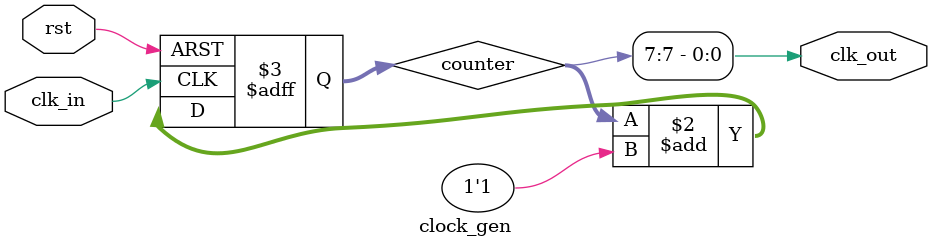
<source format=v>
`timescale 1ns / 1ps
module clock_gen(
    input clk_in,
    input rst,
    output clk_out
    );

	parameter BITS = 8;
	
	reg [BITS-1:0] counter;
	assign clk_out = counter[BITS-1];
	
	always @(posedge clk_in or posedge rst)
		begin
			if (rst)
			 begin
				counter <= 0;
			 end
			else
			 begin
				counter <= counter + 1'b1;
			 end
		end
		
			

endmodule

</source>
